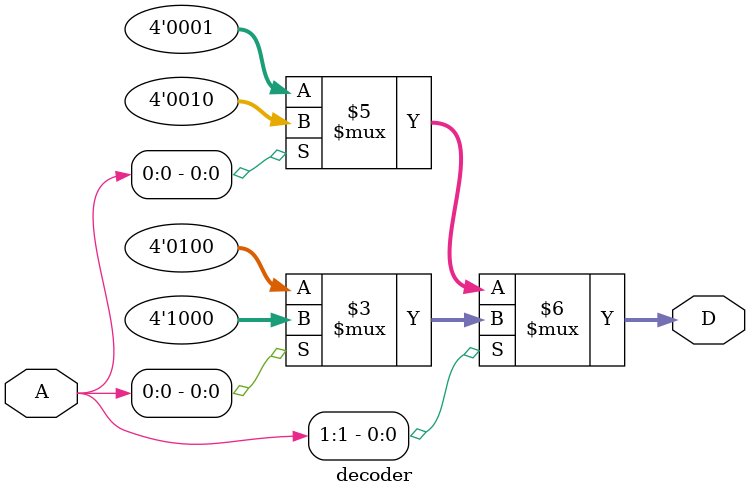
<source format=v>
module decoder (
    input  [1:0] A,  // 2-bit input
    output [3:0] D   // 4-bit output
);
    /*
    // Conditional assignments for each output bit
    assign D[0] = (A == 2'b00) ? 1'b1 : 1'b0;
    assign D[1] = (A == 2'b01) ? 1'b1 : 1'b0;
    assign D[2] = (A == 2'b10) ? 1'b1 : 1'b0;
    assign D[3] = (A == 2'b11) ? 1'b1 : 1'b0;
    */

    // Assign output based on A[1] first, then A[0]
    assign D = (A[1] == 1'b1) ? ((A[0] == 1'b1) ? 4'b1000 : 4'b0100) :
               ((A[0] == 1'b1) ? 4'b0010 : 4'b0001);
    
endmodule

</source>
